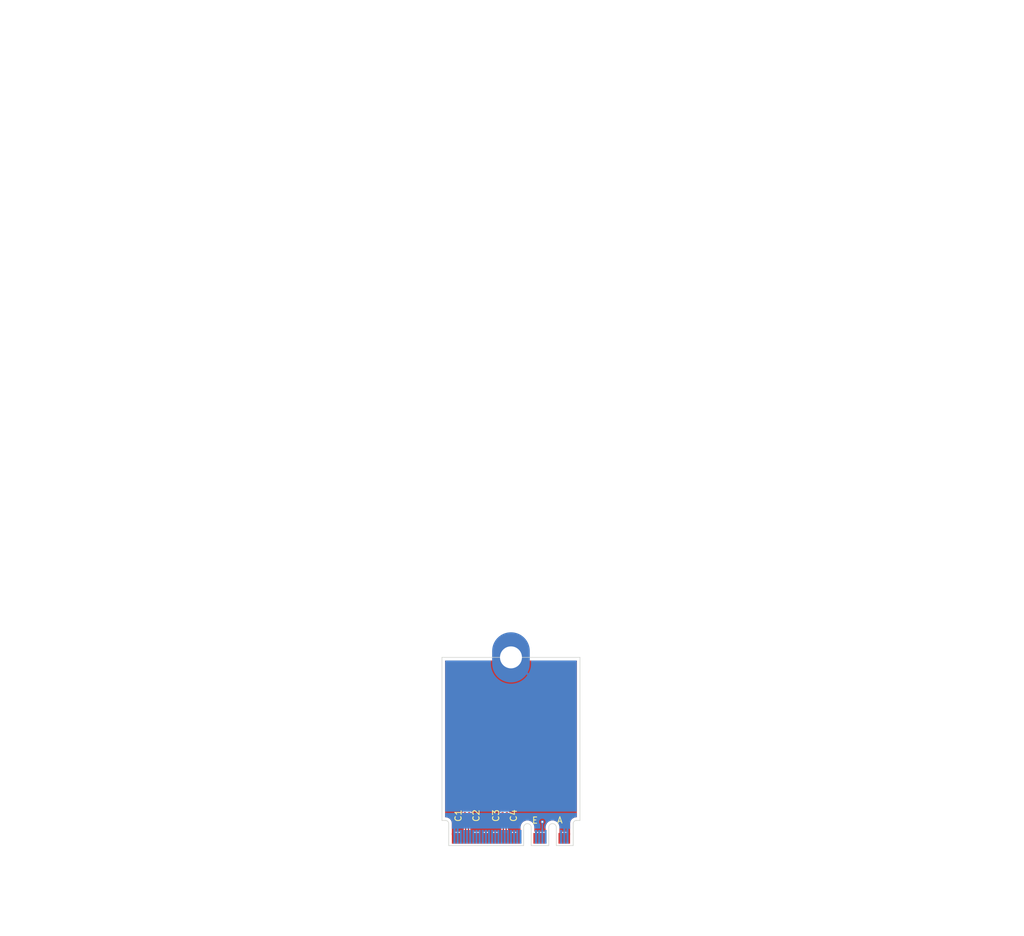
<source format=kicad_pcb>
(kicad_pcb (version 20241229) (generator "pcbnew") (generator_version "9.0")
  (layers (0 "F.Cu" signal) (2 "B.Cu" signal) (13 "F.Paste" user) (15 "B.Paste" user) (5 "F.SilkS" user "F.Silkscreen") (7 "B.SilkS" user "B.Silkscreen") (1 "F.Mask" user) (3 "B.Mask" user) (25 "Edge.Cuts" user))
  (net 0 "")
  (net 1 "/PET1-")
  (net 2 "/M.2 A+E Key/PET1N")
  (net 3 "/M.2 A+E Key/PET1P")
  (net 4 "/PET1+")
  (net 5 "/M.2 A+E Key/PET0N")
  (net 6 "/PET0-")
  (net 7 "/M.2 A+E Key/PET0P")
  (net 8 "/PET0+")
  (net 9 "GND")
  (net 10 "/CLKREQ1#")
  (net 11 "/LED#1")
  (net 12 "/I2C_CLK")
  (net 13 "/I2C_DATA")
  (net 14 "/REFCLK0-")
  (net 16 "+3.3V")
  (net 17 "/W_DISABLE1#")
  (net 19 "/REFCLK0+")
  (net 20 "/PER0+")
  (net 21 "/PERST0#")
  (net 23 "/W_DISABLE2#")
  (net 26 "/REFCLK1-")
  (net 27 "/PEWAKE#")
  (net 28 "/PER0-")
  (net 29 "/SUSCLK")
  (net 32 "/PER1+")
  (net 33 "/REFCLK1+")
  (net 34 "/PER1-")
  (net 35 "/ALERT#")
  (net 38 "/CLKREQ0#")
  (net 39 "/USB_D-")
  (net 40 "/USB_D+")
  (net 45 "/PERST1#")
  (net 47 "/LED#2")
  (net 48 "/PEWAKE1#")
  (footprint "Capacitor_SMD:C_0201_0603Metric" (layer "F.Cu") (at 108.91 153.11 90)
    (property "Reference" "C3" (at 0 -1.05 90) (layer "F.SilkS"))
    (property "Value" "220nF")
    (pad "1" smd roundrect (at -0.32 0 90) (size 0.46 0.4) (layers "F.Cu" "F.Mask") (net 5 "/M.2 A+E Key/PET0N"))
    (pad "2" smd roundrect (at 0.32 0 90) (size 0.46 0.4) (layers "F.Cu" "F.Mask") (net 6 "/PET0-"))
  )
  (footprint "Capacitor_SMD:C_0201_0603Metric" (layer "F.Cu") (at 109.61 153.11 90)
    (property "Reference" "C4" (at 0 1.07 90) (layer "F.SilkS"))
    (property "Value" "220nF")
    (pad "1" smd roundrect (at -0.32 0 90) (size 0.46 0.4) (layers "F.Cu" "F.Mask") (net 7 "/M.2 A+E Key/PET0P"))
    (pad "2" smd roundrect (at 0.32 0 90) (size 0.46 0.4) (layers "F.Cu" "F.Mask") (net 8 "/PET0+"))
  )
  (footprint "Capacitor_SMD:C_0201_0603Metric" (layer "F.Cu") (at 103.61 153.11 90)
    (property "Reference" "C2" (at 0 1.11 90) (layer "F.SilkS"))
    (property "Value" "220nF")
    (pad "1" smd roundrect (at -0.32 0 90) (size 0.46 0.4) (layers "F.Cu" "F.Mask") (net 3 "/M.2 A+E Key/PET1P"))
    (pad "2" smd roundrect (at 0.32 0 90) (size 0.46 0.4) (layers "F.Cu" "F.Mask") (net 4 "/PET1+"))
  )
  (footprint "Capacitor_SMD:C_0201_0603Metric" (layer "F.Cu") (at 102.91 153.11 90)
    (property "Reference" "C1" (at 0 -1.05 90) (layer "F.SilkS"))
    (property "Value" "220nF")
    (pad "1" smd roundrect (at -0.32 0 90) (size 0.46 0.4) (layers "F.Cu" "F.Mask") (net 2 "/M.2 A+E Key/PET1N"))
    (pad "2" smd roundrect (at 0.32 0 90) (size 0.46 0.4) (layers "F.Cu" "F.Mask") (net 1 "/PET1-"))
  )
  (footprint "PCIexpress:M.2 A+E Key Connector" (layer "F.Cu") (at 110.26 156.77)
    (property "Reference" "J1")
    (property "Value" "~")
    (fp_line (start -11 -2.89) (end -10.425 -2.89) (stroke (width 0.1)) (layer "Edge.Cuts"))
    (fp_line (start -9.925 -2.39) (end -9.925 1.11) (stroke (width 0.1)) (layer "Edge.Cuts"))
    (fp_line (start 2.025 -1.79) (end 2.025 1.11) (stroke (width 0.1)) (layer "Edge.Cuts"))
    (fp_line (start 2.025 1.11) (end -9.925 1.11) (stroke (width 0.1)) (layer "Edge.Cuts"))
    (fp_line (start 3.225 -1.79) (end 3.225 1.11) (stroke (width 0.1)) (layer "Edge.Cuts"))
    (fp_line (start 3.225 1.11) (end 6.025 1.11) (stroke (width 0.1)) (layer "Edge.Cuts"))
    (fp_line (start 6.025 -1.79) (end 6.025 1.11) (stroke (width 0.1)) (layer "Edge.Cuts"))
    (fp_line (start 7.225 -1.79) (end 7.225 1.11) (stroke (width 0.1)) (layer "Edge.Cuts"))
    (fp_line (start 7.225 1.11) (end 9.925 1.11) (stroke (width 0.1)) (layer "Edge.Cuts"))
    (fp_line (start 9.925 -2.39) (end 9.925 1.11) (stroke (width 0.1)) (layer "Edge.Cuts"))
    (fp_line (start 10.425 -2.89) (end 11 -2.89) (stroke (width 0.1)) (layer "Edge.Cuts"))
    (fp_arc (start -10.425 -2.89) (mid -10.071447 -2.743553) (end -9.925 -2.39) (stroke (width 0.1)) (layer "Edge.Cuts"))
    (fp_arc (start 2.025 -1.79) (mid 2.625 -2.39) (end 3.225 -1.79) (stroke (width 0.1)) (layer "Edge.Cuts"))
    (fp_arc (start 6.025 -1.79) (mid 6.625 -2.39) (end 7.225 -1.79) (stroke (width 0.1)) (layer "Edge.Cuts"))
    (fp_arc (start 9.925 -2.39) (mid 10.071447 -2.743553) (end 10.425 -2.89) (stroke (width 0.1)) (layer "Edge.Cuts"))
    (fp_text user "E" (at 3.28 -2.32 0) (layer "F.SilkS") (effects (justify left bottom)))
    (fp_text user "A" (at 7.265 -2.345 0) (layer "F.SilkS") (effects (justify left bottom)))
    (pad "1" smd rect (at 9.25 -0.04 180) (size 0.35 1.7) (layers "F.Cu") (net 9 "GND"))
    (pad "2" smd rect (at 9 -0.29 180) (size 0.35 2.2) (layers "B.Cu") (net 16 "+3.3V"))
    (pad "3" smd rect (at 8.75 -0.04 180) (size 0.35 1.7) (layers "F.Cu") (net 40 "/USB_D+"))
    (pad "4" smd rect (at 8.5 -0.29 180) (size 0.35 2.2) (layers "B.Cu") (net 16 "+3.3V"))
    (pad "5" smd rect (at 8.25 -0.04 180) (size 0.35 1.7) (layers "F.Cu") (net 39 "/USB_D-"))
    (pad "6" smd rect (at 8 -0.29 180) (size 0.35 2.2) (layers "B.Cu") (net 11 "/LED#1"))
    (pad "7" smd rect (at 7.75 -0.04 180) (size 0.35 1.7) (layers "F.Cu") (net 9 "GND"))
    (pad "16" smd rect (at 5.5 -0.29 180) (size 0.35 2.2) (layers "B.Cu") (net 47 "/LED#2"))
    (pad "17" smd rect (at 5.25 -0.04 180) (size 0.35 1.7) (layers "F.Cu"))
    (pad "18" smd rect (at 5 -0.29 180) (size 0.35 2.2) (layers "B.Cu") (net 9 "GND"))
    (pad "19" smd rect (at 4.75 -0.04 180) (size 0.35 1.7) (layers "F.Cu"))
    (pad "20" smd rect (at 4.5 -0.29 180) (size 0.35 2.2) (layers "B.Cu"))
    (pad "21" smd rect (at 4.25 -0.04 180) (size 0.35 1.7) (layers "F.Cu"))
    (pad "22" smd rect (at 4 -0.29 180) (size 0.35 2.2) (layers "B.Cu"))
    (pad "23" smd rect (at 3.75 -0.04 180) (size 0.35 1.7) (layers "F.Cu"))
    (pad "32" smd rect (at 1.5 -0.29 180) (size 0.35 2.2) (layers "B.Cu"))
    (pad "33" smd rect (at 1.25 -0.04 180) (size 0.35 1.7) (layers "F.Cu") (net 9 "GND"))
    (pad "34" smd rect (at 1 -0.29 180) (size 0.35 2.2) (layers "B.Cu"))
    (pad "35" smd rect (at 0.75 -0.04 180) (size 0.35 1.7) (layers "F.Cu") (net 28 "/PER0-"))
    (pad "36" smd rect (at 0.5 -0.29 180) (size 0.35 2.2) (layers "B.Cu"))
    (pad "37" smd rect (at 0.25 -0.04 180) (size 0.35 1.7) (layers "F.Cu") (net 20 "/PER0+"))
    (pad "38" smd rect (at 0 -0.29 180) (size 0.35 2.2) (layers "B.Cu"))
    (pad "39" smd rect (at -0.25 -0.04 180) (size 0.35 1.7) (layers "F.Cu") (net 9 "GND"))
    (pad "40" smd rect (at -0.5 -0.29 180) (size 0.35 2.2) (layers "B.Cu"))
    (pad "41" smd rect (at -0.75 -0.04 180) (size 0.35 1.7) (layers "F.Cu") (net 7 "/M.2 A+E Key/PET0P"))
    (pad "42" smd rect (at -1 -0.29 180) (size 0.35 2.2) (layers "B.Cu"))
    (pad "43" smd rect (at -1.25 -0.04 180) (size 0.35 1.7) (layers "F.Cu") (net 5 "/M.2 A+E Key/PET0N"))
    (pad "44" smd rect (at -1.5 -0.29 180) (size 0.35 2.2) (layers "B.Cu"))
    (pad "45" smd rect (at -1.75 -0.04 180) (size 0.35 1.7) (layers "F.Cu") (net 9 "GND"))
    (pad "46" smd rect (at -2 -0.29 180) (size 0.35 2.2) (layers "B.Cu"))
    (pad "47" smd rect (at -2.25 -0.04 180) (size 0.35 1.7) (layers "F.Cu") (net 19 "/REFCLK0+"))
    (pad "48" smd rect (at -2.5 -0.29 180) (size 0.35 2.2) (layers "B.Cu"))
    (pad "49" smd rect (at -2.75 -0.04 180) (size 0.35 1.7) (layers "F.Cu") (net 14 "/REFCLK0-"))
    (pad "50" smd rect (at -3 -0.29 180) (size 0.35 2.2) (layers "B.Cu") (net 29 "/SUSCLK"))
    (pad "51" smd rect (at -3.25 -0.04 180) (size 0.35 1.7) (layers "F.Cu") (net 9 "GND"))
    (pad "52" smd rect (at -3.5 -0.29 180) (size 0.35 2.2) (layers "B.Cu") (net 21 "/PERST0#"))
    (pad "53" smd rect (at -3.75 -0.04 180) (size 0.35 1.7) (layers "F.Cu") (net 38 "/CLKREQ0#"))
    (pad "54" smd rect (at -4 -0.29 180) (size 0.35 2.2) (layers "B.Cu") (net 23 "/W_DISABLE2#"))
    (pad "55" smd rect (at -4.25 -0.04 180) (size 0.35 1.7) (layers "F.Cu") (net 27 "/PEWAKE#"))
    (pad "56" smd rect (at -4.5 -0.29 180) (size 0.35 2.2) (layers "B.Cu") (net 17 "/W_DISABLE1#"))
    (pad "57" smd rect (at -4.75 -0.04 180) (size 0.35 1.7) (layers "F.Cu") (net 9 "GND"))
    (pad "58" smd rect (at -5 -0.29 180) (size 0.35 2.2) (layers "B.Cu") (net 13 "/I2C_DATA"))
    (pad "59" smd rect (at -5.25 -0.04 180) (size 0.35 1.7) (layers "F.Cu") (net 32 "/PER1+"))
    (pad "60" smd rect (at -5.5 -0.29 180) (size 0.35 2.2) (layers "B.Cu") (net 12 "/I2C_CLK"))
    (pad "61" smd rect (at -5.75 -0.04 180) (size 0.35 1.7) (layers "F.Cu") (net 34 "/PER1-"))
    (pad "62" smd rect (at -6 -0.29 180) (size 0.35 2.2) (layers "B.Cu") (net 35 "/ALERT#"))
    (pad "63" smd rect (at -6.25 -0.04 180) (size 0.35 1.7) (layers "F.Cu") (net 9 "GND"))
    (pad "64" smd rect (at -6.5 -0.29 180) (size 0.35 2.2) (layers "B.Cu"))
    (pad "65" smd rect (at -6.75 -0.04 180) (size 0.35 1.7) (layers "F.Cu") (net 3 "/M.2 A+E Key/PET1P"))
    (pad "66" smd rect (at -7 -0.29 180) (size 0.35 2.2) (layers "B.Cu") (net 45 "/PERST1#"))
    (pad "67" smd rect (at -7.25 -0.04 180) (size 0.35 1.7) (layers "F.Cu") (net 2 "/M.2 A+E Key/PET1N"))
    (pad "68" smd rect (at -7.5 -0.29 180) (size 0.35 2.2) (layers "B.Cu") (net 10 "/CLKREQ1#"))
    (pad "69" smd rect (at -7.75 -0.04 180) (size 0.35 1.7) (layers "F.Cu") (net 9 "GND"))
    (pad "70" smd rect (at -8 -0.29 180) (size 0.35 2.2) (layers "B.Cu") (net 48 "/PEWAKE1#"))
    (pad "71" smd rect (at -8.25 -0.04 180) (size 0.35 1.7) (layers "F.Cu") (net 33 "/REFCLK1+"))
    (pad "72" smd rect (at -8.5 -0.29 180) (size 0.35 2.2) (layers "B.Cu") (net 16 "+3.3V"))
    (pad "73" smd rect (at -8.75 -0.04 180) (size 0.35 1.7) (layers "F.Cu") (net 26 "/REFCLK1-"))
    (pad "74" smd rect (at -9 -0.29 180) (size 0.35 2.2) (layers "B.Cu") (net 16 "+3.3V"))
    (pad "75" smd rect (at -9.25 -0.04 180) (size 0.35 1.7) (layers "F.Cu") (net 9 "GND"))
  )
  (footprint "Athena KiCAd library:M.2 Mounting Pad" (layer "F.Cu") (at 110.26 127.88)
    (property "Reference" "H1")
    (property "Value" "MountingHole_Pad")
    (pad "1" thru_hole circle (at 0 0) (size 5.5 5.5) (drill 3.5) (property pad_prop_castellated) (layers "*.Cu" "*.Mask") (net 9 "GND") (padstack (mode front_inner_back) (layer "Inner" (shape circle) (size 5.5 5.5)) (layer "B.Cu" (shape oval) (size 6 8))))
  )
  (gr_line (start 99.26 127.88) (end 99.26 153.88) (stroke (width 0.1)) (layer "Edge.Cuts"))
  (gr_line (start 121.26 153.88) (end 121.26 127.88) (stroke (width 0.1)) (layer "Edge.Cuts"))
  (gr_line (start 121.26 127.88) (end 99.26 127.88) (stroke (width 0.1)) (layer "Edge.Cuts"))
  (segment (start 103.035 155.429999) (end 103.035 153.900001) (width 0.2) (layer "F.Cu") (net 2))
  (segment (start 103.01 156.73) (end 103.01 155.454999) (width 0.2) (layer "F.Cu") (net 2))
  (segment (start 103.035 153.900001) (end 102.91 153.775001) (width 0.2) (layer "F.Cu") (net 2))
  (segment (start 103.01 155.454999) (end 103.035 155.429999) (width 0.2) (layer "F.Cu") (net 2))
  (segment (start 102.91 153.775001) (end 102.91 153.43) (width 0.2) (layer "F.Cu") (net 2))
  (segment (start 103.485 153.900001) (end 103.61 153.775001) (width 0.2) (layer "F.Cu") (net 3))
  (segment (start 103.485 155.429999) (end 103.485 153.900001) (width 0.2) (layer "F.Cu") (net 3))
  (segment (start 103.51 155.454999) (end 103.485 155.429999) (width 0.2) (layer "F.Cu") (net 3))
  (segment (start 103.61 153.775001) (end 103.61 153.43) (width 0.2) (layer "F.Cu") (net 3))
  (segment (start 103.51 156.73) (end 103.51 155.454999) (width 0.2) (layer "F.Cu") (net 3))
  (segment (start 109.01 156.73) (end 109.01 155.454999) (width 0.2) (layer "F.Cu") (net 5))
  (segment (start 109.01 155.454999) (end 109.035 155.429999) (width 0.2) (layer "F.Cu") (net 5))
  (segment (start 109.035 155.429999) (end 109.035 153.900001) (width 0.2) (layer "F.Cu") (net 5))
  (segment (start 109.035 153.900001) (end 108.91 153.775001) (width 0.2) (layer "F.Cu") (net 5))
  (segment (start 108.91 153.775001) (end 108.91 153.43) (width 0.2) (layer "F.Cu") (net 5))
  (segment (start 109.485 155.429999) (end 109.485 153.900001) (width 0.2) (layer "F.Cu") (net 7))
  (segment (start 109.485 153.900001) (end 109.61 153.775001) (width 0.2) (layer "F.Cu") (net 7))
  (segment (start 109.51 155.454999) (end 109.485 155.429999) (width 0.2) (layer "F.Cu") (net 7))
  (segment (start 109.51 156.73) (end 109.51 155.454999) (width 0.2) (layer "F.Cu") (net 7))
  (segment (start 109.61 153.775001) (end 109.61 153.43) (width 0.2) (layer "F.Cu") (net 7))
  (via (at 115.26 154.11) (size 0.6) (drill 0.3) (layers "F.Cu" "B.Cu") (net 9))
  (segment (start 115.26 154.11) (end 115.26 156.48) (width 0.2) (layer "B.Cu") (net 9))
  (zone (net 9) (net_name "GND") (layers "F.Cu" "B.Cu") (connect_pads (clearance 0.2)) (min_thickness 0.15) (fill yes (thermal_gap 0.2) (thermal_bridge_width 0.35))
    (polygon (pts (xy 125.26 156.21) (xy 125.26 47.88) (xy 95.26 47.88) (xy 95.26 156.21)))
  )
  (zone (net 16) (net_name "+3.3V") (layer "B.Cu") (priority 1) (connect_pads (clearance 0.2)) (min_thickness 0.15) (fill yes (thermal_gap 0.2) (thermal_bridge_width 0.35))
    (polygon (pts (xy 121.26 156.2) (xy 121.26 152.68) (xy 99.26 152.68) (xy 99.26 156.2)))
  )
)
</source>
